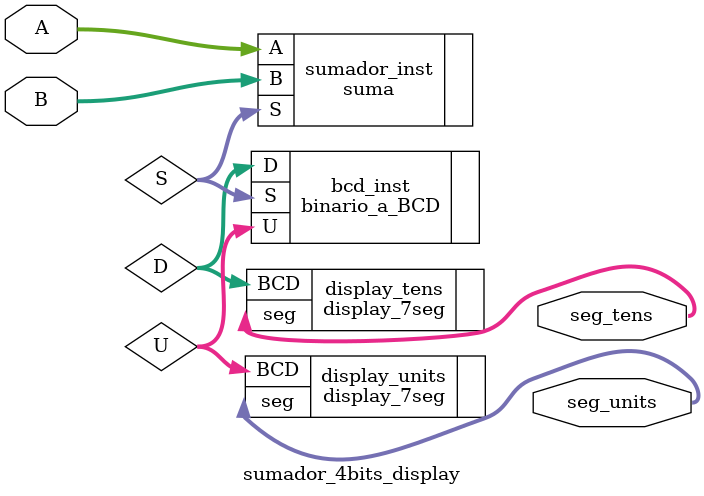
<source format=sv>
module sumador_4bits_display(
    input logic [3:0] A, B,   // Entradas de 4 bits
    output logic [6:0] seg_units, seg_tens // Display 7 segmentos
);
    logic [4:0] S;    // Suma con 5 bits
    logic [3:0] U, D; // Unidades y decenas en BCD

    // Módulo sumador
    suma sumador_inst(.A(A), .B(B), .S(S)); // Ahora S tiene 5 bits

    // Conversión a BCD
    binario_a_BCD bcd_inst(.S(S), .U(U), .D(D));

    // Displays de 7 segmentos
    display_7seg display_units(.BCD(U), .seg(seg_units));
    display_7seg display_tens(.BCD(D), .seg(seg_tens));

endmodule

</source>
